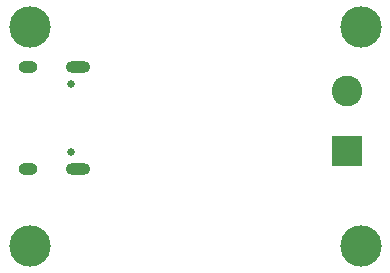
<source format=gbr>
%TF.GenerationSoftware,KiCad,Pcbnew,8.0.6*%
%TF.CreationDate,2024-12-14T19:22:35-05:00*%
%TF.ProjectId,dpx_pd_pooper,6470785f-7064-45f7-906f-6f7065722e6b,rev?*%
%TF.SameCoordinates,Original*%
%TF.FileFunction,Soldermask,Bot*%
%TF.FilePolarity,Negative*%
%FSLAX46Y46*%
G04 Gerber Fmt 4.6, Leading zero omitted, Abs format (unit mm)*
G04 Created by KiCad (PCBNEW 8.0.6) date 2024-12-14 19:22:35*
%MOMM*%
%LPD*%
G01*
G04 APERTURE LIST*
%ADD10C,3.500000*%
%ADD11C,2.600000*%
%ADD12R,2.600000X2.600000*%
%ADD13C,0.650000*%
%ADD14O,2.100000X1.000000*%
%ADD15O,1.600000X1.000000*%
G04 APERTURE END LIST*
D10*
%TO.C,H4*%
X71000000Y-76490000D03*
D11*
X71050000Y-76490000D03*
%TD*%
D12*
%TO.C,J2*%
X69800000Y-68450000D03*
D11*
X69800000Y-63370000D03*
%TD*%
D13*
%TO.C,USB1*%
X46510000Y-62790000D03*
X46510000Y-68570000D03*
D14*
X47040000Y-61360000D03*
D15*
X42860000Y-61360000D03*
D14*
X47040000Y-70000000D03*
D15*
X42860000Y-70000000D03*
%TD*%
D11*
%TO.C,H3*%
X71000000Y-57990000D03*
D10*
X71000000Y-57990000D03*
%TD*%
D11*
%TO.C,H2*%
X43000000Y-76500000D03*
D10*
X43000000Y-76500000D03*
%TD*%
D11*
%TO.C,H1*%
X43000000Y-58000000D03*
D10*
X43000000Y-58000000D03*
%TD*%
M02*

</source>
